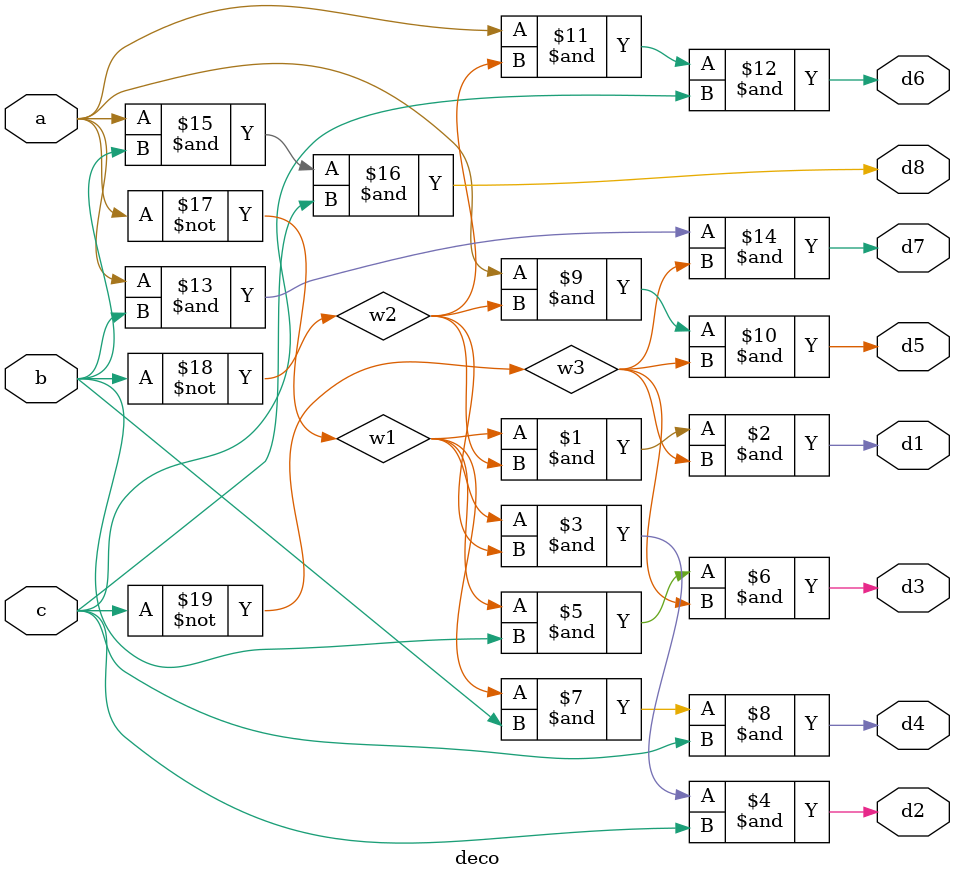
<source format=v>
module deco(d1,d2,d3,d4,d5,d6,d7,d8,a,b,c);
output d1,d2,d3,d4,d5,d6,d7,d8;
input a,b,c;
wire w1,w2,w3;
not g1(w1,a);
not g2(w2,b);
not g3(w3,c);
and g4(d1,w1,w2,w3);
and g5(d2,w1,w2,c);
and g6(d3,w1,b,w3);
and g7(d4,w1,b,c);
and g8(d5,a,w2,w3);
and g9(d6,a,w2,c);
and g10(d7,a,b,w3);
and g11(d8,a,b,c);
endmodule

</source>
